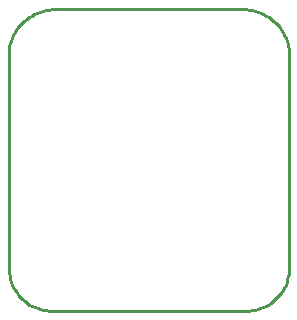
<source format=gko>
G04*
G04 #@! TF.GenerationSoftware,Altium Limited,Altium Designer,18.0.11 (651)*
G04*
G04 Layer_Color=16711935*
%FSLAX44Y44*%
%MOMM*%
G71*
G01*
G75*
%ADD21C,0.2540*%
D21*
X203413Y6350D02*
X205912Y6435D01*
X208399Y6691D01*
X210863Y7116D01*
X213292Y7708D01*
X215675Y8464D01*
X218001Y9381D01*
X220259Y10455D01*
X222439Y11681D01*
X224529Y13052D01*
X226522Y14563D01*
X228406Y16206D01*
X230174Y17974D01*
X231817Y19858D01*
X233328Y21851D01*
X234699Y23941D01*
X235925Y26121D01*
X236999Y28379D01*
X237916Y30705D01*
X238672Y33088D01*
X239264Y35517D01*
X239689Y37981D01*
X239945Y40468D01*
X240030Y42967D01*
X2540Y43180D02*
X2626Y40667D01*
X2883Y38165D01*
X3310Y35687D01*
X3906Y33243D01*
X4667Y30846D01*
X5589Y28507D01*
X6669Y26236D01*
X7902Y24044D01*
X9281Y21941D01*
X10800Y19937D01*
X12453Y18042D01*
X14231Y16263D01*
X16127Y14611D01*
X18131Y13091D01*
X20234Y11712D01*
X22426Y10479D01*
X24697Y9399D01*
X27036Y8476D01*
X29433Y7716D01*
X31877Y7120D01*
X34355Y6693D01*
X36857Y6436D01*
X39370Y6350D01*
X41464Y261620D02*
X38919Y261537D01*
X36384Y261287D01*
X33871Y260872D01*
X31390Y260294D01*
X28953Y259554D01*
X26569Y258657D01*
X24249Y257606D01*
X22002Y256405D01*
X19839Y255060D01*
X17769Y253576D01*
X15800Y251961D01*
X13941Y250219D01*
X12199Y248360D01*
X10584Y246391D01*
X9100Y244321D01*
X7755Y242158D01*
X6554Y239911D01*
X5503Y237591D01*
X4606Y235208D01*
X3866Y232770D01*
X3288Y230289D01*
X2873Y227776D01*
X2623Y225241D01*
X2540Y222696D01*
X240030Y222596D02*
X239946Y225148D01*
X239696Y227689D01*
X239280Y230209D01*
X238700Y232696D01*
X237959Y235140D01*
X237059Y237530D01*
X236005Y239856D01*
X234802Y242108D01*
X233453Y244276D01*
X231966Y246352D01*
X230346Y248326D01*
X228600Y250190D01*
X226736Y251936D01*
X224762Y253556D01*
X222686Y255043D01*
X220518Y256392D01*
X218266Y257596D01*
X215940Y258649D01*
X213549Y259549D01*
X211106Y260290D01*
X208619Y260870D01*
X206099Y261286D01*
X203558Y261536D01*
X201005Y261620D01*
X240030Y42967D02*
Y68580D01*
X39370Y6350D02*
X203413D01*
X2540Y43180D02*
Y222696D01*
X41464Y261620D02*
X59690D01*
X240030Y68580D02*
Y222596D01*
X59690Y261620D02*
X201005D01*
M02*

</source>
